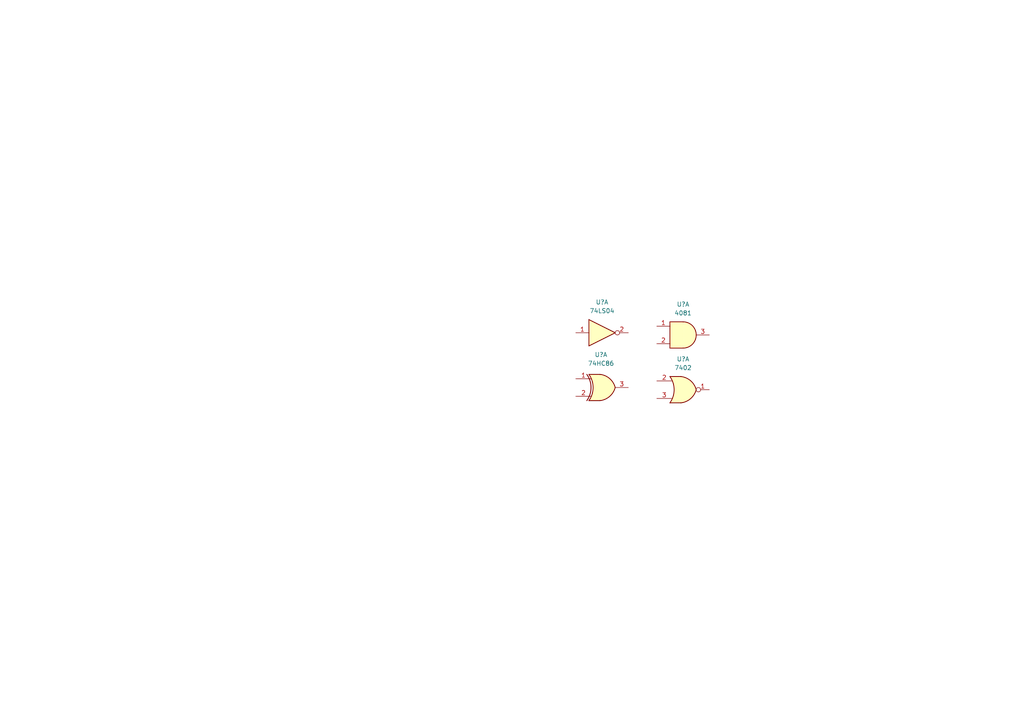
<source format=kicad_sch>
(kicad_sch (version 20211123) (generator eeschema)
  (paper "A4")
  (lib_symbols
    (symbol "4xxx:4081" (pin_names (offset 1.016))
      (property "Reference" "U" (at 0 1.27 0))
      (property "Value" "4081" (at 0 -1.27 0))
      (symbol "4081_1_1"
        (arc (start 0 -3.81) (mid 3.81 0) (end 0 3.81) (stroke (width 0.254)) (fill (type background)))
        (polyline (pts (xy 0 3.81) (xy -3.81 3.81) (xy -3.81 -3.81) (xy 0 -3.81)) (stroke (width 0.254)) (fill (type background)))
        (pin input line (at -7.62 2.54 0) (length 3.81) (name "~") (number "1"))
        (pin input line (at -7.62 -2.54 0) (length 3.81) (name "~") (number "2"))
        (pin output line (at 7.62 0 180) (length 3.81) (name "~") (number "3"))
      )
      (symbol "4081_1_2"
        (arc (start -3.81 -3.81) (mid -2.589 0) (end -3.81 3.81) (stroke (width 0.254)))
        (arc (start -0.6096 -3.81) (mid 2.1842 -2.5851) (end 3.81 0) (stroke (width 0.254)) (fill (type background)))
        (polyline (pts (xy -3.81 -3.81) (xy -0.635 -3.81)) (stroke (width 0.254)) (fill (type background)))
        (polyline (pts (xy -3.81 3.81) (xy -0.635 3.81)) (stroke (width 0.254)) (fill (type background)))
        (polyline (pts (xy -0.635 3.81) (xy -3.81 3.81) (xy -3.81 3.81) (xy -3.556 3.4036) (xy -3.0226 2.2606) (xy -2.6924 1.0414) (xy -2.6162 -0.254) (xy -2.7686 -1.4986) (xy -3.175 -2.7178) (xy -3.81 -3.81) (xy -3.81 -3.81) (xy -0.635 -3.81)) (stroke (width -25.4)) (fill (type background)))
        (arc (start 3.81 0) (mid 2.1915 2.5936) (end -0.6096 3.81) (stroke (width 0.254)) (fill (type background)))
        (pin input inverted (at -7.62 2.54 0) (length 4.318) (name "~") (number "1"))
        (pin input inverted (at -7.62 -2.54 0) (length 4.318) (name "~") (number "2"))
        (pin output inverted (at 7.62 0 180) (length 3.81) (name "~") (number "3"))
      )
      (symbol "4081_2_1"
        (arc (start 0 -3.81) (mid 3.81 0) (end 0 3.81) (stroke (width 0.254)) (fill (type background)))
        (polyline (pts (xy 0 3.81) (xy -3.81 3.81) (xy -3.81 -3.81) (xy 0 -3.81)) (stroke (width 0.254)) (fill (type background)))
        (pin output line (at 7.62 0 180) (length 3.81) (name "~") (number "4"))
        (pin input line (at -7.62 2.54 0) (length 3.81) (name "~") (number "5"))
        (pin input line (at -7.62 -2.54 0) (length 3.81) (name "~") (number "6"))
      )
      (symbol "4081_2_2"
        (arc (start -3.81 -3.81) (mid -2.589 0) (end -3.81 3.81) (stroke (width 0.254)))
        (arc (start -0.6096 -3.81) (mid 2.1842 -2.5851) (end 3.81 0) (stroke (width 0.254)) (fill (type background)))
        (polyline (pts (xy -3.81 -3.81) (xy -0.635 -3.81)) (stroke (width 0.254)) (fill (type background)))
        (polyline (pts (xy -3.81 3.81) (xy -0.635 3.81)) (stroke (width 0.254)) (fill (type background)))
        (polyline (pts (xy -0.635 3.81) (xy -3.81 3.81) (xy -3.81 3.81) (xy -3.556 3.4036) (xy -3.0226 2.2606) (xy -2.6924 1.0414) (xy -2.6162 -0.254) (xy -2.7686 -1.4986) (xy -3.175 -2.7178) (xy -3.81 -3.81) (xy -3.81 -3.81) (xy -0.635 -3.81)) (stroke (width -25.4)) (fill (type background)))
        (arc (start 3.81 0) (mid 2.1915 2.5936) (end -0.6096 3.81) (stroke (width 0.254)) (fill (type background)))
        (pin output inverted (at 7.62 0 180) (length 3.81) (name "~") (number "4"))
        (pin input inverted (at -7.62 2.54 0) (length 4.318) (name "~") (number "5"))
        (pin input inverted (at -7.62 -2.54 0) (length 4.318) (name "~") (number "6"))
      )
      (symbol "4081_3_1"
        (arc (start 0 -3.81) (mid 3.81 0) (end 0 3.81) (stroke (width 0.254)) (fill (type background)))
        (polyline (pts (xy 0 3.81) (xy -3.81 3.81) (xy -3.81 -3.81) (xy 0 -3.81)) (stroke (width 0.254)) (fill (type background)))
        (pin output line (at 7.62 0 180) (length 3.81) (name "~") (number "10"))
        (pin input line (at -7.62 2.54 0) (length 3.81) (name "~") (number "8"))
        (pin input line (at -7.62 -2.54 0) (length 3.81) (name "~") (number "9"))
      )
      (symbol "4081_3_2"
        (arc (start -3.81 -3.81) (mid -2.589 0) (end -3.81 3.81) (stroke (width 0.254)))
        (arc (start -0.6096 -3.81) (mid 2.1842 -2.5851) (end 3.81 0) (stroke (width 0.254)) (fill (type background)))
        (polyline (pts (xy -3.81 -3.81) (xy -0.635 -3.81)) (stroke (width 0.254)) (fill (type background)))
        (polyline (pts (xy -3.81 3.81) (xy -0.635 3.81)) (stroke (width 0.254)) (fill (type background)))
        (polyline (pts (xy -0.635 3.81) (xy -3.81 3.81) (xy -3.81 3.81) (xy -3.556 3.4036) (xy -3.0226 2.2606) (xy -2.6924 1.0414) (xy -2.6162 -0.254) (xy -2.7686 -1.4986) (xy -3.175 -2.7178) (xy -3.81 -3.81) (xy -3.81 -3.81) (xy -0.635 -3.81)) (stroke (width -25.4)) (fill (type background)))
        (arc (start 3.81 0) (mid 2.1915 2.5936) (end -0.6096 3.81) (stroke (width 0.254)) (fill (type background)))
        (pin output inverted (at 7.62 0 180) (length 3.81) (name "~") (number "10"))
        (pin input inverted (at -7.62 2.54 0) (length 4.318) (name "~") (number "8"))
        (pin input inverted (at -7.62 -2.54 0) (length 4.318) (name "~") (number "9"))
      )
      (symbol "4081_4_1"
        (arc (start 0 -3.81) (mid 3.81 0) (end 0 3.81) (stroke (width 0.254)) (fill (type background)))
        (polyline (pts (xy 0 3.81) (xy -3.81 3.81) (xy -3.81 -3.81) (xy 0 -3.81)) (stroke (width 0.254)) (fill (type background)))
        (pin output line (at 7.62 0 180) (length 3.81) (name "~") (number "11"))
        (pin input line (at -7.62 2.54 0) (length 3.81) (name "~") (number "12"))
        (pin input line (at -7.62 -2.54 0) (length 3.81) (name "~") (number "13"))
      )
      (symbol "4081_4_2"
        (arc (start -3.81 -3.81) (mid -2.589 0) (end -3.81 3.81) (stroke (width 0.254)))
        (arc (start -0.6096 -3.81) (mid 2.1842 -2.5851) (end 3.81 0) (stroke (width 0.254)) (fill (type background)))
        (polyline (pts (xy -3.81 -3.81) (xy -0.635 -3.81)) (stroke (width 0.254)) (fill (type background)))
        (polyline (pts (xy -3.81 3.81) (xy -0.635 3.81)) (stroke (width 0.254)) (fill (type background)))
        (polyline (pts (xy -0.635 3.81) (xy -3.81 3.81) (xy -3.81 3.81) (xy -3.556 3.4036) (xy -3.0226 2.2606) (xy -2.6924 1.0414) (xy -2.6162 -0.254) (xy -2.7686 -1.4986) (xy -3.175 -2.7178) (xy -3.81 -3.81) (xy -3.81 -3.81) (xy -0.635 -3.81)) (stroke (width -25.4)) (fill (type background)))
        (arc (start 3.81 0) (mid 2.1915 2.5936) (end -0.6096 3.81) (stroke (width 0.254)) (fill (type background)))
        (pin output inverted (at 7.62 0 180) (length 3.81) (name "~") (number "11"))
        (pin input inverted (at -7.62 2.54 0) (length 4.318) (name "~") (number "12"))
        (pin input inverted (at -7.62 -2.54 0) (length 4.318) (name "~") (number "13"))
      )
      (symbol "4081_5_0"
        (pin power_in line (at 0 12.7 270) (length 5.08) (name "VDD") (number "14"))
        (pin power_in line (at 0 -12.7 90) (length 5.08) (name "VSS") (number "7"))
      )
      (symbol "4081_5_1"
        (rectangle (start -5.08 7.62) (end 5.08 -7.62) (stroke (width 0.254)) (fill (type background)))
      )
    )
    (symbol "74xx:7402" (pin_names (offset 1.016))
      (property "Reference" "U" (at 0 1.27 0))
      (property "Value" "7402" (at 0 -1.27 0))
      (symbol "7402_1_1"
        (arc (start -3.81 -3.81) (mid -2.589 0) (end -3.81 3.81) (stroke (width 0.254)))
        (arc (start -0.6096 -3.81) (mid 2.1842 -2.5851) (end 3.81 0) (stroke (width 0.254)) (fill (type background)))
        (polyline (pts (xy -3.81 -3.81) (xy -0.635 -3.81)) (stroke (width 0.254)) (fill (type background)))
        (polyline (pts (xy -3.81 3.81) (xy -0.635 3.81)) (stroke (width 0.254)) (fill (type background)))
        (polyline (pts (xy -0.635 3.81) (xy -3.81 3.81) (xy -3.81 3.81) (xy -3.556 3.4036) (xy -3.0226 2.2606) (xy -2.6924 1.0414) (xy -2.6162 -0.254) (xy -2.7686 -1.4986) (xy -3.175 -2.7178) (xy -3.81 -3.81) (xy -3.81 -3.81) (xy -0.635 -3.81)) (stroke (width -25.4)) (fill (type background)))
        (arc (start 3.81 0) (mid 2.1915 2.5936) (end -0.6096 3.81) (stroke (width 0.254)) (fill (type background)))
        (pin output inverted (at 7.62 0 180) (length 3.81) (name "~") (number "1"))
        (pin input line (at -7.62 2.54 0) (length 4.318) (name "~") (number "2"))
        (pin input line (at -7.62 -2.54 0) (length 4.318) (name "~") (number "3"))
      )
      (symbol "7402_1_2"
        (arc (start 0 -3.81) (mid 3.81 0) (end 0 3.81) (stroke (width 0.254)) (fill (type background)))
        (polyline (pts (xy 0 3.81) (xy -3.81 3.81) (xy -3.81 -3.81) (xy 0 -3.81)) (stroke (width 0.254)) (fill (type background)))
        (pin output line (at 7.62 0 180) (length 3.81) (name "~") (number "1"))
        (pin input inverted (at -7.62 2.54 0) (length 3.81) (name "~") (number "2"))
        (pin input inverted (at -7.62 -2.54 0) (length 3.81) (name "~") (number "3"))
      )
      (symbol "7402_2_1"
        (arc (start -3.81 -3.81) (mid -2.589 0) (end -3.81 3.81) (stroke (width 0.254)))
        (arc (start -0.6096 -3.81) (mid 2.1842 -2.5851) (end 3.81 0) (stroke (width 0.254)) (fill (type background)))
        (polyline (pts (xy -3.81 -3.81) (xy -0.635 -3.81)) (stroke (width 0.254)) (fill (type background)))
        (polyline (pts (xy -3.81 3.81) (xy -0.635 3.81)) (stroke (width 0.254)) (fill (type background)))
        (polyline (pts (xy -0.635 3.81) (xy -3.81 3.81) (xy -3.81 3.81) (xy -3.556 3.4036) (xy -3.0226 2.2606) (xy -2.6924 1.0414) (xy -2.6162 -0.254) (xy -2.7686 -1.4986) (xy -3.175 -2.7178) (xy -3.81 -3.81) (xy -3.81 -3.81) (xy -0.635 -3.81)) (stroke (width -25.4)) (fill (type background)))
        (arc (start 3.81 0) (mid 2.1915 2.5936) (end -0.6096 3.81) (stroke (width 0.254)) (fill (type background)))
        (pin output inverted (at 7.62 0 180) (length 3.81) (name "~") (number "4"))
        (pin input line (at -7.62 2.54 0) (length 4.318) (name "~") (number "5"))
        (pin input line (at -7.62 -2.54 0) (length 4.318) (name "~") (number "6"))
      )
      (symbol "7402_2_2"
        (arc (start 0 -3.81) (mid 3.81 0) (end 0 3.81) (stroke (width 0.254)) (fill (type background)))
        (polyline (pts (xy 0 3.81) (xy -3.81 3.81) (xy -3.81 -3.81) (xy 0 -3.81)) (stroke (width 0.254)) (fill (type background)))
        (pin output line (at 7.62 0 180) (length 3.81) (name "~") (number "4"))
        (pin input inverted (at -7.62 2.54 0) (length 3.81) (name "~") (number "5"))
        (pin input inverted (at -7.62 -2.54 0) (length 3.81) (name "~") (number "6"))
      )
      (symbol "7402_3_1"
        (arc (start -3.81 -3.81) (mid -2.589 0) (end -3.81 3.81) (stroke (width 0.254)))
        (arc (start -0.6096 -3.81) (mid 2.1842 -2.5851) (end 3.81 0) (stroke (width 0.254)) (fill (type background)))
        (polyline (pts (xy -3.81 -3.81) (xy -0.635 -3.81)) (stroke (width 0.254)) (fill (type background)))
        (polyline (pts (xy -3.81 3.81) (xy -0.635 3.81)) (stroke (width 0.254)) (fill (type background)))
        (polyline (pts (xy -0.635 3.81) (xy -3.81 3.81) (xy -3.81 3.81) (xy -3.556 3.4036) (xy -3.0226 2.2606) (xy -2.6924 1.0414) (xy -2.6162 -0.254) (xy -2.7686 -1.4986) (xy -3.175 -2.7178) (xy -3.81 -3.81) (xy -3.81 -3.81) (xy -0.635 -3.81)) (stroke (width -25.4)) (fill (type background)))
        (arc (start 3.81 0) (mid 2.1915 2.5936) (end -0.6096 3.81) (stroke (width 0.254)) (fill (type background)))
        (pin output inverted (at 7.62 0 180) (length 3.81) (name "~") (number "10"))
        (pin input line (at -7.62 2.54 0) (length 4.318) (name "~") (number "8"))
        (pin input line (at -7.62 -2.54 0) (length 4.318) (name "~") (number "9"))
      )
      (symbol "7402_3_2"
        (arc (start 0 -3.81) (mid 3.81 0) (end 0 3.81) (stroke (width 0.254)) (fill (type background)))
        (polyline (pts (xy 0 3.81) (xy -3.81 3.81) (xy -3.81 -3.81) (xy 0 -3.81)) (stroke (width 0.254)) (fill (type background)))
        (pin output line (at 7.62 0 180) (length 3.81) (name "~") (number "10"))
        (pin input inverted (at -7.62 2.54 0) (length 3.81) (name "~") (number "8"))
        (pin input inverted (at -7.62 -2.54 0) (length 3.81) (name "~") (number "9"))
      )
      (symbol "7402_4_1"
        (arc (start -3.81 -3.81) (mid -2.589 0) (end -3.81 3.81) (stroke (width 0.254)))
        (arc (start -0.6096 -3.81) (mid 2.1842 -2.5851) (end 3.81 0) (stroke (width 0.254)) (fill (type background)))
        (polyline (pts (xy -3.81 -3.81) (xy -0.635 -3.81)) (stroke (width 0.254)) (fill (type background)))
        (polyline (pts (xy -3.81 3.81) (xy -0.635 3.81)) (stroke (width 0.254)) (fill (type background)))
        (polyline (pts (xy -0.635 3.81) (xy -3.81 3.81) (xy -3.81 3.81) (xy -3.556 3.4036) (xy -3.0226 2.2606) (xy -2.6924 1.0414) (xy -2.6162 -0.254) (xy -2.7686 -1.4986) (xy -3.175 -2.7178) (xy -3.81 -3.81) (xy -3.81 -3.81) (xy -0.635 -3.81)) (stroke (width -25.4)) (fill (type background)))
        (arc (start 3.81 0) (mid 2.1915 2.5936) (end -0.6096 3.81) (stroke (width 0.254)) (fill (type background)))
        (pin input line (at -7.62 2.54 0) (length 4.318) (name "~") (number "11"))
        (pin input line (at -7.62 -2.54 0) (length 4.318) (name "~") (number "12"))
        (pin output inverted (at 7.62 0 180) (length 3.81) (name "~") (number "13"))
      )
      (symbol "7402_4_2"
        (arc (start 0 -3.81) (mid 3.81 0) (end 0 3.81) (stroke (width 0.254)) (fill (type background)))
        (polyline (pts (xy 0 3.81) (xy -3.81 3.81) (xy -3.81 -3.81) (xy 0 -3.81)) (stroke (width 0.254)) (fill (type background)))
        (pin input inverted (at -7.62 2.54 0) (length 3.81) (name "~") (number "11"))
        (pin input inverted (at -7.62 -2.54 0) (length 3.81) (name "~") (number "12"))
        (pin output line (at 7.62 0 180) (length 3.81) (name "~") (number "13"))
      )
      (symbol "7402_5_0"
        (pin power_in line (at 0 12.7 270) (length 5.08) (name "VCC") (number "14"))
        (pin power_in line (at 0 -12.7 90) (length 5.08) (name "GND") (number "7"))
      )
      (symbol "7402_5_1"
        (rectangle (start -5.08 7.62) (end 5.08 -7.62) (stroke (width 0.254)) (fill (type background)))
      )
    )
    (symbol "74xx:74HC86" (pin_names (offset 1.016))
      (property "Reference" "U" (at 0 1.27 0))
      (property "Value" "74HC86" (at 0 -1.27 0))
      (symbol "74HC86_1_0"
        (arc (start -4.4196 -3.81) (mid -3.2033 0) (end -4.4196 3.81) (stroke (width 0.254)))
        (arc (start -3.81 -3.81) (mid -2.589 0) (end -3.81 3.81) (stroke (width 0.254)))
        (arc (start -0.6096 -3.81) (mid 2.1842 -2.5851) (end 3.81 0) (stroke (width 0.254)) (fill (type background)))
        (polyline (pts (xy -3.81 -3.81) (xy -0.635 -3.81)) (stroke (width 0.254)) (fill (type background)))
        (polyline (pts (xy -3.81 3.81) (xy -0.635 3.81)) (stroke (width 0.254)) (fill (type background)))
        (polyline (pts (xy -0.635 3.81) (xy -3.81 3.81) (xy -3.81 3.81) (xy -3.556 3.4036) (xy -3.0226 2.2606) (xy -2.6924 1.0414) (xy -2.6162 -0.254) (xy -2.7686 -1.4986) (xy -3.175 -2.7178) (xy -3.81 -3.81) (xy -3.81 -3.81) (xy -0.635 -3.81)) (stroke (width -25.4)) (fill (type background)))
        (arc (start 3.81 0) (mid 2.1915 2.5936) (end -0.6096 3.81) (stroke (width 0.254)) (fill (type background)))
        (pin input line (at -7.62 2.54 0) (length 4.445) (name "~") (number "1"))
        (pin input line (at -7.62 -2.54 0) (length 4.445) (name "~") (number "2"))
        (pin output line (at 7.62 0 180) (length 3.81) (name "~") (number "3"))
      )
      (symbol "74HC86_1_1"
        (polyline (pts (xy -3.81 -2.54) (xy -3.175 -2.54)) (stroke (width 0.1524)))
        (polyline (pts (xy -3.81 2.54) (xy -3.175 2.54)) (stroke (width 0.1524)))
      )
      (symbol "74HC86_2_0"
        (arc (start -4.4196 -3.81) (mid -3.2033 0) (end -4.4196 3.81) (stroke (width 0.254)))
        (arc (start -3.81 -3.81) (mid -2.589 0) (end -3.81 3.81) (stroke (width 0.254)))
        (arc (start -0.6096 -3.81) (mid 2.1842 -2.5851) (end 3.81 0) (stroke (width 0.254)) (fill (type background)))
        (polyline (pts (xy -3.81 -3.81) (xy -0.635 -3.81)) (stroke (width 0.254)) (fill (type background)))
        (polyline (pts (xy -3.81 3.81) (xy -0.635 3.81)) (stroke (width 0.254)) (fill (type background)))
        (polyline (pts (xy -0.635 3.81) (xy -3.81 3.81) (xy -3.81 3.81) (xy -3.556 3.4036) (xy -3.0226 2.2606) (xy -2.6924 1.0414) (xy -2.6162 -0.254) (xy -2.7686 -1.4986) (xy -3.175 -2.7178) (xy -3.81 -3.81) (xy -3.81 -3.81) (xy -0.635 -3.81)) (stroke (width -25.4)) (fill (type background)))
        (arc (start 3.81 0) (mid 2.1915 2.5936) (end -0.6096 3.81) (stroke (width 0.254)) (fill (type background)))
        (pin input line (at -7.62 2.54 0) (length 4.445) (name "~") (number "4"))
        (pin input line (at -7.62 -2.54 0) (length 4.445) (name "~") (number "5"))
        (pin output line (at 7.62 0 180) (length 3.81) (name "~") (number "6"))
      )
      (symbol "74HC86_2_1"
        (polyline (pts (xy -3.81 -2.54) (xy -3.175 -2.54)) (stroke (width 0.1524)))
        (polyline (pts (xy -3.81 2.54) (xy -3.175 2.54)) (stroke (width 0.1524)))
      )
      (symbol "74HC86_3_0"
        (arc (start -4.4196 -3.81) (mid -3.2033 0) (end -4.4196 3.81) (stroke (width 0.254)))
        (arc (start -3.81 -3.81) (mid -2.589 0) (end -3.81 3.81) (stroke (width 0.254)))
        (arc (start -0.6096 -3.81) (mid 2.1842 -2.5851) (end 3.81 0) (stroke (width 0.254)) (fill (type background)))
        (polyline (pts (xy -3.81 -3.81) (xy -0.635 -3.81)) (stroke (width 0.254)) (fill (type background)))
        (polyline (pts (xy -3.81 3.81) (xy -0.635 3.81)) (stroke (width 0.254)) (fill (type background)))
        (polyline (pts (xy -0.635 3.81) (xy -3.81 3.81) (xy -3.81 3.81) (xy -3.556 3.4036) (xy -3.0226 2.2606) (xy -2.6924 1.0414) (xy -2.6162 -0.254) (xy -2.7686 -1.4986) (xy -3.175 -2.7178) (xy -3.81 -3.81) (xy -3.81 -3.81) (xy -0.635 -3.81)) (stroke (width -25.4)) (fill (type background)))
        (arc (start 3.81 0) (mid 2.1915 2.5936) (end -0.6096 3.81) (stroke (width 0.254)) (fill (type background)))
        (pin input line (at -7.62 -2.54 0) (length 4.445) (name "~") (number "10"))
        (pin output line (at 7.62 0 180) (length 3.81) (name "~") (number "8"))
        (pin input line (at -7.62 2.54 0) (length 4.445) (name "~") (number "9"))
      )
      (symbol "74HC86_3_1"
        (polyline (pts (xy -3.81 -2.54) (xy -3.175 -2.54)) (stroke (width 0.1524)))
        (polyline (pts (xy -3.81 2.54) (xy -3.175 2.54)) (stroke (width 0.1524)))
      )
      (symbol "74HC86_4_0"
        (arc (start -4.4196 -3.81) (mid -3.2033 0) (end -4.4196 3.81) (stroke (width 0.254)))
        (arc (start -3.81 -3.81) (mid -2.589 0) (end -3.81 3.81) (stroke (width 0.254)))
        (arc (start -0.6096 -3.81) (mid 2.1842 -2.5851) (end 3.81 0) (stroke (width 0.254)) (fill (type background)))
        (polyline (pts (xy -3.81 -3.81) (xy -0.635 -3.81)) (stroke (width 0.254)) (fill (type background)))
        (polyline (pts (xy -3.81 3.81) (xy -0.635 3.81)) (stroke (width 0.254)) (fill (type background)))
        (polyline (pts (xy -0.635 3.81) (xy -3.81 3.81) (xy -3.81 3.81) (xy -3.556 3.4036) (xy -3.0226 2.2606) (xy -2.6924 1.0414) (xy -2.6162 -0.254) (xy -2.7686 -1.4986) (xy -3.175 -2.7178) (xy -3.81 -3.81) (xy -3.81 -3.81) (xy -0.635 -3.81)) (stroke (width -25.4)) (fill (type background)))
        (arc (start 3.81 0) (mid 2.1915 2.5936) (end -0.6096 3.81) (stroke (width 0.254)) (fill (type background)))
        (pin output line (at 7.62 0 180) (length 3.81) (name "~") (number "11"))
        (pin input line (at -7.62 2.54 0) (length 4.445) (name "~") (number "12"))
        (pin input line (at -7.62 -2.54 0) (length 4.445) (name "~") (number "13"))
      )
      (symbol "74HC86_4_1"
        (polyline (pts (xy -3.81 -2.54) (xy -3.175 -2.54)) (stroke (width 0.1524)))
        (polyline (pts (xy -3.81 2.54) (xy -3.175 2.54)) (stroke (width 0.1524)))
      )
      (symbol "74HC86_5_0"
        (pin power_in line (at 0 12.7 270) (length 5.08) (name "VCC") (number "14"))
        (pin power_in line (at 0 -12.7 90) (length 5.08) (name "GND") (number "7"))
      )
      (symbol "74HC86_5_1"
        (rectangle (start -5.08 7.62) (end 5.08 -7.62) (stroke (width 0.254)) (fill (type background)))
      )
    )
    (symbol "74xx:74LS04"
      (property "Reference" "U" (at 0 1.27 0))
      (property "Value" "74LS04" (at 0 -1.27 0))
      (symbol "74LS04_1_0"
        (polyline (pts (xy -3.81 3.81) (xy -3.81 -3.81) (xy 3.81 0) (xy -3.81 3.81)) (stroke (width 0.254)) (fill (type background)))
        (pin input line (at -7.62 0 0) (length 3.81) (name "~") (number "1"))
        (pin output inverted (at 7.62 0 180) (length 3.81) (name "~") (number "2"))
      )
      (symbol "74LS04_2_0"
        (polyline (pts (xy -3.81 3.81) (xy -3.81 -3.81) (xy 3.81 0) (xy -3.81 3.81)) (stroke (width 0.254)) (fill (type background)))
        (pin input line (at -7.62 0 0) (length 3.81) (name "~") (number "3"))
        (pin output inverted (at 7.62 0 180) (length 3.81) (name "~") (number "4"))
      )
      (symbol "74LS04_3_0"
        (polyline (pts (xy -3.81 3.81) (xy -3.81 -3.81) (xy 3.81 0) (xy -3.81 3.81)) (stroke (width 0.254)) (fill (type background)))
        (pin input line (at -7.62 0 0) (length 3.81) (name "~") (number "5"))
        (pin output inverted (at 7.62 0 180) (length 3.81) (name "~") (number "6"))
      )
      (symbol "74LS04_4_0"
        (polyline (pts (xy -3.81 3.81) (xy -3.81 -3.81) (xy 3.81 0) (xy -3.81 3.81)) (stroke (width 0.254)) (fill (type background)))
        (pin output inverted (at 7.62 0 180) (length 3.81) (name "~") (number "8"))
        (pin input line (at -7.62 0 0) (length 3.81) (name "~") (number "9"))
      )
      (symbol "74LS04_5_0"
        (polyline (pts (xy -3.81 3.81) (xy -3.81 -3.81) (xy 3.81 0) (xy -3.81 3.81)) (stroke (width 0.254)) (fill (type background)))
        (pin output inverted (at 7.62 0 180) (length 3.81) (name "~") (number "10"))
        (pin input line (at -7.62 0 0) (length 3.81) (name "~") (number "11"))
      )
      (symbol "74LS04_6_0"
        (polyline (pts (xy -3.81 3.81) (xy -3.81 -3.81) (xy 3.81 0) (xy -3.81 3.81)) (stroke (width 0.254)) (fill (type background)))
        (pin output inverted (at 7.62 0 180) (length 3.81) (name "~") (number "12"))
        (pin input line (at -7.62 0 0) (length 3.81) (name "~") (number "13"))
      )
      (symbol "74LS04_7_0"
        (pin power_in line (at 0 12.7 270) (length 5.08) (name "VCC") (number "14"))
        (pin power_in line (at 0 -12.7 90) (length 5.08) (name "GND") (number "7"))
      )
      (symbol "74LS04_7_1"
        (rectangle (start -5.08 7.62) (end 5.08 -7.62) (stroke (width 0.254)) (fill (type background)))
      )
    )
  )
  (symbol (lib_id "74xx:74LS04") (at 174.625 96.52 0) (unit 1)
    (property "Reference" "U?" (at 174.625 87.63 0))
    (property "Value" "74LS04" (at 174.625 90.17 0))
    (property "Datasheet" "http://www.ti.com/lit/gpn/sn74LS04" (effects hide))
  )
  (symbol (lib_id "4xxx:4081") (at 198.12 97.155 0) (unit 1)
    (property "Reference" "U?" (at 198.12 88.265 0))
    (property "Value" "4081" (at 198.12 90.805 0))
    (property "Datasheet" "http://www.intersil.com/content/dam/Intersil/documents/cd40/cd4073bms-81bms-82bms.pdf" (effects hide))
  )
  (symbol (lib_id "74xx:7402") (at 198.12 113.03 0) (unit 1)
    (property "Reference" "U?" (at 198.12 104.14 0))
    (property "Value" "7402" (at 198.12 106.68 0))
    (property "Datasheet" "http://www.ti.com/lit/gpn/sn7402" (effects hide))
  )
  (symbol (lib_id "74xx:74HC86") (at 174.625 112.395 0) (unit 1)
    (property "Reference" "U?" (at 174.3202 102.87 0))
    (property "Value" "74HC86" (at 174.3202 105.41 0))
    (property "Datasheet" "http://www.ti.com/lit/gpn/sn74HC86" (effects hide))
  )
)
</source>
